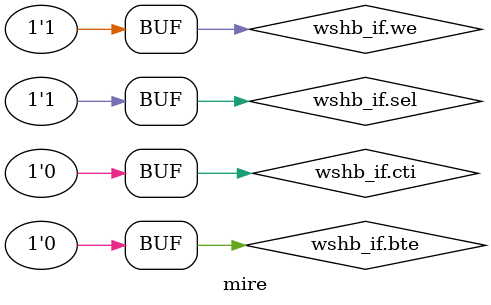
<source format=sv>


// logic [$clog2(HDISP) - 1: 0] HCounter;
// logic [$clog2(VDISP) - 1: 0] VCounter;

// // mire
// assign wshb_if.dat_ms = ( !(HCounter % 16 ) | !( VCounter % 16 ) ) ? 32'h00FFFFFF : 32'h00000000 ;


// //Compteur de lignes
// always_ff@(posedge wshb_if.clk)begin
//     if(wshb_if.rst || (VCounter == VDISP))
//         VCounter <= 0;
//     else if ((HCounter == VDISP - 1))
//         VCounter <= VCounter + 1; // Si on est en fin de ligne (le dernier pixel)
//                                                     // passer à la ligne suivante
//     end


// always_ff@(posedge wshb_if.clk)begin
//     if(wshb_if.rst || (HCounter == VDISP - 1))
//         HCounter <= 0;
//     else
//         HCounter <= HCounter + 1;
// end


// always_ff @( posedge wshb_if.clk or posedge wshb_if.rst )
// begin
    
//     if (wshb_if.rst) wshb_if.adr <= 0;
//     else if (wshb_if.ack)
//             if (wshb_if.adr == 4*(HDISP*VDISP -1)) wshb_if.adr <=0;
//             else wshb_if.adr <= wshb_if.adr + 4;
    
// end

// logic [5:0]fair_counter;

// always_ff @( posedge wshb_if.clk or posedge wshb_if.rst )
// begin
//     if (wshb_if.rst) fair_counter <= 0;
//     else
//     begin
//         if (fair_counter == 63) fair_counter <= 0;
//         else if (wshb_if.ack) fair_counter <= fair_counter + 1;
//     end
// end


// assign wshb_if.cyc = !(fair_counter == 63);
// assign wshb_if.stb = !(fair_counter == 63);




// endmodule


module mire #(parameter HDISP = 800, VDISP = 480) (wshb_if.master wshb_if );





assign wshb_if.we = '1;
assign wshb_if.sel = 4'b0111;  //because RGB takes 3 bytes (LSB)
assign wshb_if.cti = '0; // classic bus
assign wshb_if.bte = '0;




// Modified counters from module vga for making a grid
logic [$clog2(HDISP)-1:0] pixel_count;
logic [$clog2(VDISP)-1:0] lines_count;

// Modified counters logic from module vga
always_ff @( posedge wshb_if.clk or posedge wshb_if.rst )
begin
    if (wshb_if.rst)
    begin
        pixel_count <= 0;
        lines_count <= 0;
    end
    else if (wshb_if.ack)
    begin
        pixel_count <= pixel_count + 1;
        if (pixel_count == HDISP -1)
        begin
            pixel_count <= 0;
            lines_count <= lines_count + 1;
            if (lines_count == VDISP -1)
                lines_count <= 0;
        end

    end
end



// Making a grid
assign wshb_if.dat_ms = ( !(pixel_count % 16 ) | !( lines_count % 16 ) ) ? 32'h00FFFFFF : 32'h00000000 ;




// Write in SDRAM
// Adaptation from module vga

always_ff @( posedge wshb_if.clk or posedge wshb_if.rst )
begin
    
    if (wshb_if.rst) wshb_if.adr <= 0;
    else if (wshb_if.ack)
            if (wshb_if.adr == 4*(HDISP*VDISP -1)) wshb_if.adr <=0;
            else wshb_if.adr <= wshb_if.adr + 4;
    
end



// "fair play" for letting vga communicate with module wshb_intercon, 1 empty cycle in cyc and stb every 64 cycles
// Implementing fair play

logic [5:0]fair_counter;

always_ff @( posedge wshb_if.clk or posedge wshb_if.rst )
begin
    if (wshb_if.rst) fair_counter <= 0;
    else
    begin
        if (fair_counter == 63) fair_counter <= 0;
        else if (wshb_if.ack) fair_counter <= fair_counter + 1;
    end
end


assign wshb_if.cyc = !(fair_counter == 63);
assign wshb_if.stb = !(fair_counter == 63);




endmodule
</source>
